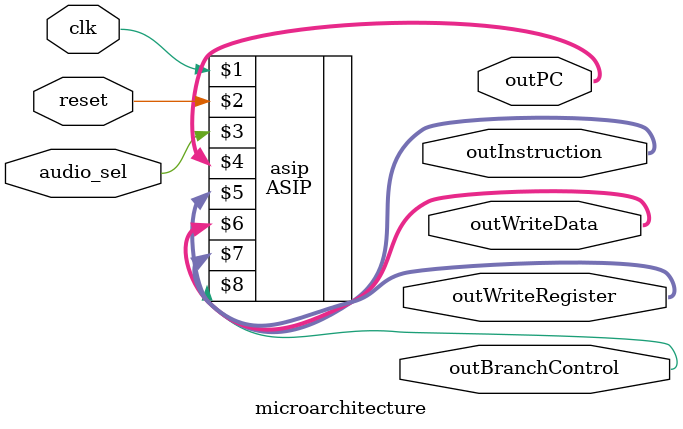
<source format=sv>
`timescale 1 ps / 100 fs
module microarchitecture(clk, reset, audio_sel, outPC, outInstruction, outWriteData, outWriteRegister, outBranchControl);
    input clk, reset, audio_sel;

    //output for testbenches
    output [23:0] outPC, outInstruction, outWriteData;
    output [5:0] outWriteRegister;
    output outBranchControl;

    ASIP asip(clk, reset, audio_sel, outPC, outInstruction, outWriteData, outWriteRegister, outBranchControl);

endmodule

</source>
